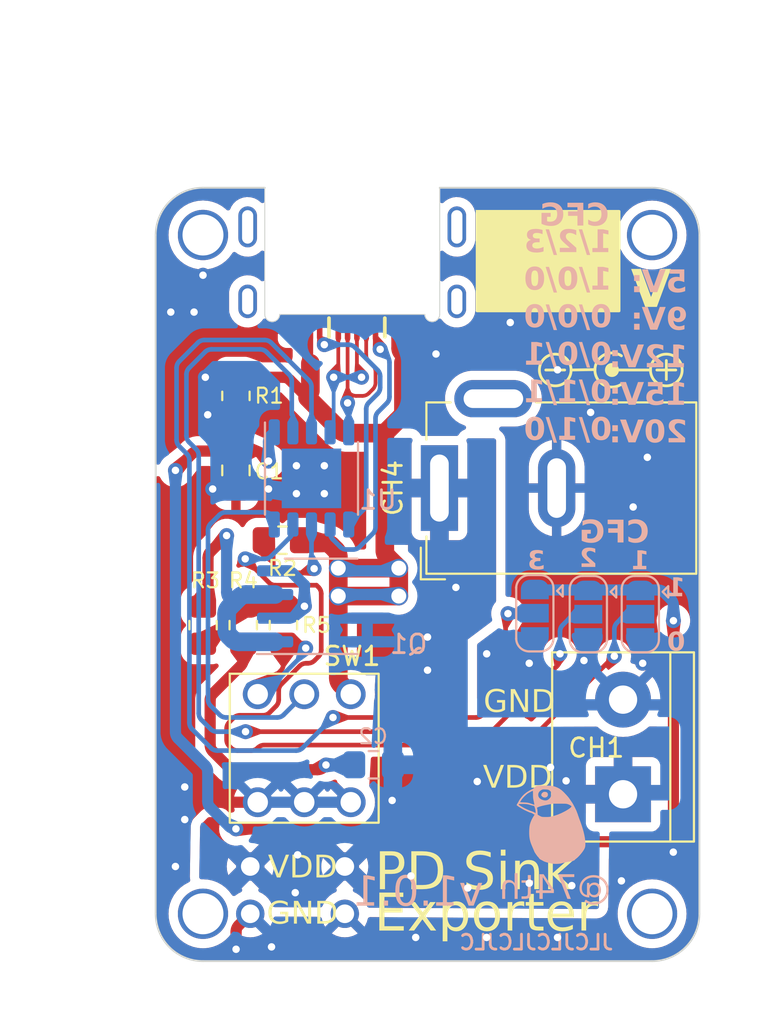
<source format=kicad_pcb>
(kicad_pcb (version 20221018) (generator pcbnew)
  (layers (0 "F.Cu" signal) (31 "B.Cu" signal) (34 "B.Paste" user) (35 "F.Paste" user) (36 "B.SilkS" user "B.Silkscreen") (37 "F.SilkS" user "F.Silkscreen") (38 "B.Mask" user) (39 "F.Mask" user) (44 "Edge.Cuts" user))
  (net 0 "")
  (net 1 "VDD")
  (net 2 "GND")
  (net 3 "/VOUT")
  (net 4 "VBUS")
  (net 5 "/D-")
  (net 6 "/D+")
  (net 7 "/CC1")
  (net 8 "/CC2")
  (net 9 "Net-(C2-Pad2)")
  (net 10 "/CFG1")
  (net 11 "/CFG2")
  (net 12 "/CFG3")
  (net 13 "Net-(Q1-Pad1)")
  (net 14 "Net-(U1-VBUS)")
  (net 15 "/PG")
  (net 16 "Net-(Q1-Pad2)")
  (net 17 "/~{Enable}")
  (footprint "$74th:M2_v2" (layer "F.Cu") (at 118.11 62.615)
    (fp_text reference "M2" hide)
    (fp_text value "M2_v2" hide)
  )
  (footprint "$74th:Register_0805_2012" (layer "F.Cu") (at 96.143 83.56 -90)
    (fp_text reference "R4")
    (fp_text value "1k" hide)
  )
  (footprint "TerminalBlock:TerminalBlock_bornier-2_P5.08mm" (layer "F.Cu") (at 116.55 92.641 90)
    (fp_text reference "CH1")
    (fp_text value "Terminal")
  )
  (footprint "$74th:M2_v2" (layer "F.Cu") (at 93.98 62.611)
    (fp_text reference "M1" hide)
    (fp_text value "M2_v2" hide)
  )
  (footprint "$74th:Register_0805_2012" (layer "F.Cu") (at 98.25 79)
    (fp_text reference "R2")
    (fp_text value "10k" hide)
  )
  (footprint "$74th:USB-C-12-Pin-MidMount-ali-v5" (layer "F.Cu") (at 102 60.075 180)
    (fp_text reference "J1" hide)
    (fp_text value "USB-C 2.0 Female")
    (fp_line (start -4.7 -6.8) (end -4.7 0) (stroke (width 0.05)) (layer "Edge.Cuts"))
    (fp_line (start 3.9 -6.8) (end -3.9 -6.8) (stroke (width 0.05)) (layer "Edge.Cuts"))
    (fp_line (start 4.7 -6.8) (end 4.7 0) (stroke (width 0.05)) (layer "Edge.Cuts"))
    (fp_arc (start -4.7 -6.8) (mid -4.3 -7.193079) (end -3.9 -6.8) (stroke (width 0.05)) (layer "Edge.Cuts"))
    (fp_arc (start 3.9 -6.8) (mid 4.3 -7.193079) (end 4.7 -6.8) (stroke (width 0.05)) (layer "Edge.Cuts"))
  )
  (footprint "$74th:M2_v2" (layer "F.Cu") (at 93.98 99.06)
    (fp_text reference "M3" hide)
    (fp_text value "M2_v2" hide)
  )
  (footprint "$74th:M2_v2" (layer "F.Cu") (at 118.11 99.06)
    (fp_text reference "M4" hide)
    (fp_text value "M2_v2" hide)
  )
  (footprint "$74th:Register_0805_2012" (layer "F.Cu") (at 95.75 71.25 90)
    (fp_text reference "R1")
    (fp_text value "1k" hide)
  )
  (footprint "$74th:DCJack-BarrelJack" (layer "F.Cu") (at 106.684 76.2 90)
    (fp_text reference "CH4")
    (fp_text value "Barrel_Jack_Switch")
  )
  (footprint "$74th:2Pin" (layer "F.Cu") (at 96.52 96.52 -90)
    (fp_text reference "CH2" hide)
    (fp_text value "PinHeader-2")
  )
  (footprint "$74th:Register_0805_2012" (layer "F.Cu") (at 93.984 83.56 -90)
    (fp_text reference "R3")
    (fp_text value "100k" hide)
  )
  (footprint "$74th:Capacitor_0805_2012" (layer "F.Cu") (at 95.75 75.25 -90)
    (fp_text reference "C1")
    (fp_text value "1u" hide)
  )
  (footprint "$74th:Locking_Button_8x8mm" (layer "F.Cu") (at 99.42 90.17)
    (fp_text reference "SW1")
    (fp_text value "Locking_Switch")
  )
  (footprint "$74th:2Pin" (layer "F.Cu") (at 101.6 96.52 -90)
    (fp_text reference "CH3" hide)
    (fp_text value "PinHeader-2")
  )
  (footprint "$74th:Register_0805_2012" (layer "F.Cu") (at 98.302 83.56 90)
    (fp_text reference "R5")
    (fp_text value "10k" hide)
  )
  (footprint "$74th:74th-text" (layer "B.Cu") (at 107.442 99.949 180)
    (fp_text reference "REF**" hide)
    (fp_text value "74th-text" hide)
  )
  (footprint "$74th:ESSOP-10_3.9x5.0mm_P1.0" (layer "B.Cu") (at 99.81 75.68 -90)
    (fp_text reference "U1")
    (fp_text value "CH224K")
  )
  (footprint "$74th:JLCJLCJLCJLC" (layer "B.Cu") (at 111.891 100.594 180)
    (fp_text reference "REF**" hide)
    (fp_text value "JLCJLCJLCJLC")
  )
  (footprint "$74th:74th-text" (layer "B.Cu") (at 108.458 96.393 180)
    (fp_text reference "MISC-ACCOUNTTEXT" hide)
    (fp_text value "74th-text" hide)
  )
  (footprint "Package_SO:SOIC-8_3.9x4.9mm_P1.27mm" (layer "B.Cu") (at 100.33 82.55)
    (fp_text reference "Q1")
    (fp_text value "FDS4935A")
  )
  (footprint "$74th:74th-5mm" (layer "B.Cu") (at 112.81 94.491 180)
    (fp_text reference "MISC-ICON" hide)
    (fp_text value "LOGO" hide)
  )
  (footprint "Jumper:SolderJumper-3_P1.3mm_Open_RoundedPad1.0x1.5mm" (layer "B.Cu") (at 111.81 82.921 -90)
    (fp_text reference "JP2" hide)
    (fp_text value "CFG3")
  )
  (footprint "Jumper:SolderJumper-3_P1.3mm_Open_RoundedPad1.0x1.5mm" (layer "B.Cu") (at 117.479 82.971 -90)
    (fp_text reference "JP1" hide)
    (fp_text value "CFG1")
  )
  (footprint "Jumper:SolderJumper-3_P1.3mm_Open_RoundedPad1.0x1.5mm" (layer "B.Cu") (at 114.685 82.971 -90)
    (fp_text reference "JP3" hide)
    (fp_text value "CFG2")
  )
  (footprint "$74th:Capacitor_0805_2012" (layer "B.Cu") (at 103.1455 91.059 180)
    (fp_text reference "C2")
    (fp_text value "1u" hide)
  )
  (gr_rect (start 108.712 61.341) (end 116.336 66.685) (stroke (width 0.15)) (fill solid) (layer "F.SilkS"))
  (gr_circle (center 112.907 69.86) (end 113.669 70.241) (stroke (width 0.15)) (fill none) (layer "F.SilkS"))
  (gr_line (start 118.876 69.352) (end 118.876 70.368) (stroke (width 0.15)) (layer "F.SilkS"))
  (gr_line (start 113.758941 69.86) (end 115.039449 69.838213) (stroke (width 0.15)) (layer "F.SilkS"))
  (gr_line (start 112.399 69.86) (end 113.415 69.86) (stroke (width 0.15)) (layer "F.SilkS"))
  (gr_circle (center 118.876 69.86) (end 119.638 70.241) (stroke (width 0.15)) (fill none) (layer "F.SilkS"))
  (gr_arc (start 116.42618 70.645301) (mid 115.039449 69.838213) (end 116.463 69.098) (stroke (width 0.15)) (layer "F.SilkS"))
  (gr_line (start 115.955 69.86) (end 118.024059 69.86) (stroke (width 0.15)) (layer "F.SilkS"))
  (gr_circle (center 115.955 69.86) (end 116.255 69.86) (stroke (width 0.15)) (fill solid) (layer "F.SilkS"))
  (gr_line (start 118.368 69.86) (end 119.384 69.86) (stroke (width 0.15)) (layer "F.SilkS"))
  (gr_line (start 93.98 101.6) (end 118.11 101.6) (stroke (width 0.1)) (layer "Edge.Cuts"))
  (gr_line (start 97.3 60.075) (end 93.98 60.075) (stroke (width 0.1)) (layer "Edge.Cuts"))
  (gr_line (start 91.44 62.615) (end 91.44 99.06) (stroke (width 0.1)) (layer "Edge.Cuts"))
  (gr_arc (start 120.65 99.06) (mid 119.906051 100.856051) (end 118.11 101.6) (stroke (width 0.1)) (layer "Edge.Cuts"))
  (gr_arc (start 91.44 62.615) (mid 92.183949 60.818949) (end 93.98 60.075) (stroke (width 0.1)) (layer "Edge.Cuts"))
  (gr_arc (start 93.98 101.6) (mid 92.183949 100.856051) (end 91.44 99.06) (stroke (width 0.1)) (layer "Edge.Cuts"))
  (gr_line (start 106.7 60.075) (end 118.11 60.075) (stroke (width 0.1)) (layer "Edge.Cuts"))
  (gr_line (start 120.65 99.06) (end 120.65 62.615) (stroke (width 0.1)) (layer "Edge.Cuts"))
  (gr_arc (start 118.11 60.075) (mid 119.906051 60.818949) (end 120.65 62.615) (stroke (width 0.1)) (layer "Edge.Cuts"))
  (gr_text "5V:\n9V:\n12V:\n15V:\n20V:" (at 120.019 69.215) (layer "B.SilkS") (effects (font (size 1.2 1.2)) (justify left mirror)))
  (gr_text "1" (at 117.479 80.147) (layer "B.SilkS") (effects (font (size 1 1)) (justify mirror)))
  (gr_text "v1.0.1" (at 109.05 97.961) (layer "B.SilkS") (effects (font (size 1.6 1.6) (thickness 0.18)) (justify left mirror)))
  (gr_text "2" (at 114.685 80.02) (layer "B.SilkS") (effects (font (size 1 1)) (justify mirror)))
  (gr_text "0" (at 119.892 85.1) (layer "B.SilkS") (effects (font (size 1 1)) (justify left bottom mirror)))
  (gr_text "3" (at 111.891 80.147) (layer "B.SilkS") (effects (font (size 1 1)) (justify mirror)))
  (gr_text "1" (at 119.892 82.179) (layer "B.SilkS") (effects (font (size 1 1)) (justify left bottom mirror)))
  (gr_text "CFG" (at 113.923 61.605) (layer "B.SilkS") (effects (font (size 1.2 1.2)) (justify mirror)))
  (gr_text "CFG" (at 116.082 78.623) (layer "B.SilkS") (effects (font (size 1.2 1.2)) (justify mirror)))
  (gr_text "1/2/3\n1/0/0\n0/0/0\n0/0/1\n0/1/1\n0/1/0" (at 115.955 68.072) (layer "B.SilkS") (effects (font (size 1.2 1.2)) (justify left mirror)))
  (gr_text "Exporter" (at 103.18 99.131) (layer "F.SilkS") (effects (font (size 2 2) (thickness 0.18)) (justify left)))
  (gr_text "GND" (at 97.4 99.091) (layer "F.SilkS") (effects (font (size 1.2 1.2) (thickness 0.18)) (justify left)))
  (gr_text "VDD" (at 97.47 96.611) (layer "F.SilkS") (effects (font (size 1.2 1.2) (thickness 0.18)) (justify left)))
  (gr_text "VDD" (at 109.02 91.791) (layer "F.SilkS") (effects (font (size 1.2 1.2) (thickness 0.18)) (justify left)))
  (gr_text "V" (at 116.971 66.812) (layer "F.SilkS") (effects (font (size 2 2) (thickness 0.3)) (justify left bottom)))
  (gr_text "GND" (at 109.05 87.721) (layer "F.SilkS") (effects (font (size 1.2 1.2) (thickness 0.18)) (justify left)))
  (gr_text "PD Sink" (at 103.21 96.911) (layer "F.SilkS") (effects (font (size 2 2) (thickness 0.18)) (justify left)))
  (segment (start 114.05 94.5) (end 114.741 95.191) (width 0.6) (layer "F.Cu") (net 1))
  (segment (start 118.12 95.191) (end 119.257 94.054) (width 0.6) (layer "F.Cu") (net 1))
  (segment (start 95.75 74.2125) (end 96.755393 74.2125) (width 0.6) (layer "F.Cu") (net 1))
  (segment (start 97.108947 74.358947) (end 97.5 74.75) (width 0.6) (layer "F.Cu") (net 1))
  (segment (start 95.75 74.2125) (end 93.744607 74.2125) (width 0.6) (layer "F.Cu") (net 1))
  (segment (start 95.75 72.25) (end 95.75 74.2125) (width 0.6) (layer "F.Cu") (net 1))
  (segment (start 95.75 94.5) (end 114.05 94.5) (width 0.6) (layer "F.Cu") (net 1))
  (segment (start 93.391053 74.358947) (end 92.5 75.25) (width 0.6) (layer "F.Cu") (net 1))
  (segment (start 114.741 95.191) (end 118.12 95.191) (width 0.6) (layer "F.Cu") (net 1))
  (segment (start 119.257 94.054) (end 119.257 83.322) (width 0.6) (layer "F.Cu") (net 1))
  (via (at 119.257 83.322) (size 0.8) (drill 0.4) (layers "F.Cu" "B.Cu") (net 1))
  (via (at 92.5 75.25) (size 0.8) (drill 0.4) (layers "F.Cu" "B.Cu") (net 1))
  (via (at 97.5 74.75) (size 0.8) (drill 0.4) (layers "F.Cu" "B.Cu") (net 1))
  (via (at 95.75 94.5) (size 0.8) (drill 0.4) (layers "F.Cu" "B.Cu") (net 1))
  (arc (start 97.108947 74.358947) (mid 96.946735 74.25056) (end 96.755393 74.2125) (width 0.6) (layer "F.Cu") (net 1))
  (arc (start 93.744607 74.2125) (mid 93.553265 74.25056) (end 93.391053 74.358947) (width 0.6) (layer "F.Cu") (net 1))
  (segment (start 114.685 81.671) (end 111.86 81.671) (width 0.6) (layer "B.Cu") (net 1))
  (segment (start 97.646447 73.368553) (end 97.81 73.205) (width 0.6) (layer "B.Cu") (net 1))
  (segment (start 119.110553 82.159553) (end 118.768446 81.817446) (width 0.6) (layer "B.Cu") (net 1))
  (segment (start 119.257 83.322) (end 119.257 82.513107) (width 0.6) (layer "B.Cu") (net 1))
  (segment (start 94.234 91.441107) (end 94.234 93.010893) (width 0.6) (layer "B.Cu") (net 1))
  (segment (start 118.414893 81.671) (end 117.479 81.671) (width 0.6) (layer "B.Cu") (net 1))
  (segment (start 95.723107 94.5) (end 95.75 94.5) (width 0.6) (layer "B.Cu") (net 1))
  (segment (start 92.5 75.25) (end 92.5 89.292893) (width 0.6) (layer "B.Cu") (net 1))
  (segment (start 92.646447 89.646447) (end 94.087554 91.087554) (width 0.6) (layer "B.Cu") (net 1))
  (segment (start 94.380447 93.364447) (end 95.369554 94.353554) (width 0.6) (layer "B.Cu") (net 1))
  (segment (start 97.5 74.75) (end 97.5 73.722107) (width 0.6) (layer "B.Cu") (net 1))
  (segment (start 117.479 81.671) (end 114.685 81.671) (width 0.6) (layer "B.Cu") (net 1))
  (arc (start 94.087554 91.087554) (mid 94.19594 91.249766) (end 94.234 91.441107) (width 0.6) (layer "B.Cu") (net 1))
  (arc (start 97.5 73.722107) (mid 97.53806 73.530765) (end 97.646447 73.368553) (width 0.6) (layer "B.Cu") (net 1))
  (arc (start 92.5 89.292893) (mid 92.53806 89.484235) (end 92.646447 89.646447) (width 0.6) (layer "B.Cu") (net 1))
  (arc (start 118.768446 81.817446) (mid 118.606234 81.70906) (end 118.414893 81.671) (width 0.6) (layer "B.Cu") (net 1))
  (arc (start 94.380447 93.364447) (mid 94.27206 93.202235) (end 94.234 93.010893) (width 0.6) (layer "B.Cu") (net 1))
  (arc (start 95.369554 94.353554) (mid 95.531766 94.46194) (end 95.723107 94.5) (width 0.6) (layer "B.Cu") (net 1))
  (arc (start 119.257 82.513107) (mid 119.21894 82.321765) (end 119.110553 82.159553) (width 0.6) (layer "B.Cu") (net 1))
  (segment (start 95.904447 99.675553) (end 96.52 99.06) (width 0.6) (layer "F.Cu") (net 2))
  (segment (start 98.8 67.6) (end 98.107107 67.6) (width 0.6) (layer "F.Cu") (net 2))
  (segment (start 95.103553 68.353553) (end 93.5 66.75) (width 0.6) (layer "F.Cu") (net 2))
  (segment (start 96.792893 68.5) (end 95.457107 68.5) (width 0.6) (layer "F.Cu") (net 2))
  (segment (start 95.758 100.965) (end 95.758 100.029107) (width 0.6) (layer "F.Cu") (net 2))
  (segment (start 105.2 67.7) (end 106.5 69) (width 0.6) (layer "F.Cu") (net 2))
  (segment (start 96.92 93.07) (end 94.137107 93.07) (width 0.6) (layer "F.Cu") (net 2))
  (segment (start 97.753553 67.746447) (end 97.146446 68.353554) (width 0.6) (layer "F.Cu") (net 2))
  (segment (start 93.783553 93.216447) (end 93 94) (width 0.6) (layer "F.Cu") (net 2))
  (via (at 93.5 66.75) (size 0.8) (drill 0.4) (layers "F.Cu" "B.Cu") (net 2))
  (via (at 109.22 100.33) (size 0.8) (drill 0.4) (layers "F.Cu" "B.Cu") (net 2))
  (via (at 109.224 85.1) (size 0.8) (drill 0.4) (layers "F.Cu" "B.Cu") (net 2))
  (via (at 111.51 85.608) (size 0.8) (drill 0.4) (layers "F.Cu" "B.Cu") (net 2))
  (via (at 117.094 77.216) (size 0.8) (drill 0.4) (layers "F.Cu" "B.Cu") (net 2))
  (via (at 117.856 74.549) (size 0.8) (drill 0.4) (layers "F.Cu" "B.Cu") (net 2))
  (via (at 95.758 100.965) (size 0.8) (drill 0.4) (layers "F.Cu" "B.Cu") (net 2))
  (via (at 117.606 85.608) (size 0.8) (drill 0.4) (layers "F.Cu" "B.Cu") (net 2))
  (via (at 97.663 100.838) (size 0.8) (drill 0.4) (layers "F.Cu" "B.Cu") (net 2))
  (via (at 119.25 95.75) (size 0.8) (drill 0.4) (layers "F.Cu" "B.Cu") (net 2))
  (via (at 92.5 96.52) (size 0.8) (drill 0.4) (layers "F.Cu" "B.Cu") (net 2))
  (via (at 94.5 76.25) (size 0.8) (drill 0.4) (layers "F.Cu" "B.Cu") (net 2))
  (via (at 114.45 85.461) (size 0.8) (drill 0.4) (layers "F.Cu" "B.Cu") (net 2))
  (via (at 100.5 76.5) (size 0.8) (drill 0.4) (layers "F.Cu" "B.Cu") (net 2))
  (via (at 105.41 100.33) (size 0.8) (drill 0.4) (layers "F.Cu" "B.Cu") (net 2))
  (via (at 93.98 64.77) (size 0.8) (drill 0.4) (layers "F.Cu" "B.Cu") (net 2))
  (via (at 106.5 69) (size 0.8) (drill 0.4) (layers "F.Cu" "B.Cu") (net 2))
  (via (at 116.463 97.292) (size 0.8) (drill 0.4) (layers "F.Cu" "B.Cu") (net 2))
  (via (at 94.234 72.263) (size 0.8) (drill 0.4) (layers "F.Cu" "B.Cu") (net 2))
  (via (at 99 75) (size 0.8) (drill 0.4) (layers "F.Cu" "B.Cu") (net 2))
  (via (at 100.5 75) (size 0.8) (drill 0.4) (layers "F.Cu" "B.Cu") (net 2))
  (via (at 94.107 70.25) (size 0.8) (drill 0.4) (layers "F.Cu" "B.Cu") (net 2))
  (via (at 113.03 69.85) (size 0.8) (drill 0.4) (layers "F.Cu" "B.Cu") (net 2))
  (via (at 93 94) (size 0.8) (drill 0.4) (layers "F.Cu" "B.Cu") (net 2))
  (via (at 92.25 66.75) (size 0.8) (drill 0.4) (layers "F.Cu" "B.Cu") (net 2))
  (via (at 97.5 76.25) (size 0.8) (drill 0.4) (layers "F.Cu" "B.Cu") (net 2))
  (via (at 110.49 67.31) (size 0.8) (drill 0.4) (layers "F.Cu" "B.Cu") (net 2))
  (via (at 113.03 100.33) (size 0.8) (drill 0.4) (layers "F.Cu" "B.Cu") (net 2))
  (via (at 114.808 72.136) (size 0.8) (drill 0.4) (layers "F.Cu" "B.Cu") (net 2))
  (via (at 93 92.25) (size 0.8) (drill 0.4) (layers "F.Cu" "B.Cu") (net 2))
  (via (at 99 76.5) (size 0.8) (drill 0.4) (layers "F.Cu" "B.Cu") (net 2))
  (arc (start 94.137107 93.07) (mid 93.945765 93.10806) (end 93.783553 93.216447) (width 0.6) (layer "F.Cu") (net 2))
  (arc (start 95.457107 68.5) (mid 95.265765 68.46194) (end 95.103553 68.353553) (width 0.6) (layer "F.Cu") (net 2))
  (arc (start 95.758 100.029107) (mid 95.79606 99.837765) (end 95.904447 99.675553) (width 0.6) (layer "F.Cu") (net 2))
  (arc (start 96.792893 68.5) (mid 96.984234 68.46194) (end 97.146446 68.353554) (width 0.6) (layer "F.Cu") (net 2))
  (arc (start 98.107107 67.6) (mid 97.915765 67.63806) (end 97.753553 67.746447) (width 0.6) (layer "F.Cu") (net 2))
  (segment (start 95.758 100.965) (end 95.758 100.33) (width 0.6) (layer "B.Cu") (net 2))
  (segment (start 109.224 86.289893) (end 109.224 85.1) (width 0.6) (layer "B.Cu") (net 2))
  (segment (start 119.603895 87.986895) (end 119.872554 88.255554) (width 0.6) (layer "B.Cu") (net 2))
  (segment (start 119.872553 95.127447) (end 119.25 95.75) (width 0.6) (layer "B.Cu") (net 2))
  (segment (start 97.5 76.25) (end 99 76.5) (width 1) (layer "B.Cu") (net 2))
  (segment (start 117.096927 87.840448) (end 119.250341 87.840448) (width 0.6) (layer "B.Cu") (net 2))
  (segment (start 120.019 88.609107) (end 120.019 94.773893) (width 0.6) (layer "B.Cu") (net 2))
  (segment (start 96.92 93.07) (end 101.92 93.07) (width 0.6) (layer "B.Cu") (net 2))
  (segment (start 117.096927 87.840448) (end 110.774555 87.840448) (width 0.6) (layer "B.Cu") (net 2))
  (segment (start 97.516553 100.056553) (end 96.52 99.06) (width 0.6) (layer "B.Cu") (net 2))
  (segment (start 110.421001 87.694001) (end 109.370446 86.643446) (width 0.6) (layer "B.Cu") (net 2))
  (segment (start 97.663 100.838) (end 97.663 100.410107) (width 0.6) (layer "B.Cu") (net 2))
  (arc (start 120.019 88.609107) (mid 119.98094 88.417766) (end 119.872554 88.255554) (width 0.6) (layer "B.Cu") (net 2))
  (arc (start 110.774555 87.840448) (mid 110.583213 87.802388) (end 110.421001 87.694001) (width 0.6) (layer "B.Cu") (net 2))
  (arc (start 109.370446 86.643446) (mid 109.26206 86.481234) (end 109.224 86.289893) (width 0.6) (layer "B.Cu") (net 2))
  (arc (start 97.663 100.410107) (mid 97.62494 100.218765) (end 97.516553 100.056553) (width 0.6) (layer "B.Cu") (net 2))
  (arc (start 119.872553 95.127447) (mid 119.98094 94.965235) (end 120.019 94.773893) (width 0.6) (layer "B.Cu") (net 2))
  (arc (start 119.250341 87.840448) (mid 119.441683 87.878508) (end 119.603895 87.986895) (width 0.6) (layer "B.Cu") (net 2))
  (via (at 108.716 91.958) (size 0.8) (drill 0.4) (layers "F.Cu" "B.Cu") (net 3))
  (via (at 107.569 81.534) (size 0.8) (drill 0.4) (layers "F.Cu" "B.Cu") (net 3))
  (via (at 108.208 97.673) (size 0.8) (drill 0.4) (layers "F.Cu" "B.Cu") (net 3))
  (via (at 113.796 97.546) (size 0.8) (drill 0.4) (layers "F.Cu" "B.Cu") (net 3))
  (via (at 106.045 85.979) (size 0.8) (drill 0.4) (layers "F.Cu" "B.Cu") (net 3))
  (via (at 105.156 97.028) (size 0.8) (drill 0.4) (layers "F.Cu" "B.Cu") (net 3))
  (via (at 113.49 91.921) (size 0.8) (drill 0.4) (layers "F.Cu" "B.Cu") (net 3))
  (via (at 104.144 92.974) (size 0.8) (drill 0.4) (layers "F.Cu" "B.Cu") (net 3))
  (via (at 111.51 97.419) (size 0.8) (drill 0.4) (layers "F.Cu" "B.Cu") (net 3))
  (via (at 98.937 97.927) (size 0.8) (drill 0.4) (layers "F.Cu" "B.Cu") (net 3))
  (via (at 99.064 95.895) (size 0.8) (drill 0.4) (layers "F.Cu" "B.Cu") (net 3))
  (via (at 112.653 91.196) (size 0.8) (drill 0.4) (layers "F.Cu" "B.Cu") (net 3))
  (via (at 106.045 84.201) (size 0.8) (drill 0.4) (layers "F.Cu" "B.Cu") (net 3))
  (segment (start 99.603553 71.346447) (end 99.6 71.35) (width 0.6) (layer "F.Cu") (net 4))
  (segment (start 99.6 67.6) (end 99.6 69.142893) (width 0.6) (layer "F.Cu") (net 4))
  (segment (start 104.5 80.5) (end 101.25 80.5) (width 1) (layer "F.Cu") (net 4))
  (segment (start 99.746447 69.496447) (end 99.75 69.5) (width 0.6) (layer "F.Cu") (net 4))
  (segment (start 101.25 82) (end 101.25 80.5) (width 1) (layer "F.Cu") (net 4))
  (segment (start 99.896447 79.146447) (end 100.52334 79.146447) (width 1) (layer "F.Cu") (net 4))
  (segment (start 104.4 67.6) (end 104.4 68.692893) (width 0.6) (layer "F.Cu") (net 4))
  (segment (start 99.6 71.35) (end 101.353554 73.103554) (width 1) (layer "F.Cu") (net 4))
  (segment (start 101.25 79.873107) (end 101.25 80.5) (width 1) (layer "F.Cu") (net 4))
  (segment (start 98.292893 70.25) (end 95.75 70.25) (width 0.6) (layer "F.Cu") (net 4))
  (segment (start 101.25 82) (end 101.25 86.392893) (width 1) (layer "F.Cu") (net 4))
  (segment (start 100.876894 79.292894) (end 101.103554 79.519554) (width 1) (layer "F.Cu") (net 4))
  (segment (start 104.546447 69.046447) (end 104.603554 69.103554) (width 0.6) (layer "F.Cu") (net 4))
  (segment (start 104.603553 72.396447) (end 104.4 72.6) (width 1) (layer "F.Cu") (net 4))
  (segment (start 101.707107 73.25) (end 103.75 73.25) (width 1) (layer "F.Cu") (net 4))
  (segment (start 99.75 69.5) (end 99.75 70.992893) (width 1) (layer "F.Cu") (net 4))
  (segment (start 103.896447 79.896447) (end 104.5 80.5) (width 0.6) (layer "F.Cu") (net 4))
  (segment (start 103.75 73.25) (end 104.4 72.6) (width 1) (layer "F.Cu") (net 4))
  (segment (start 101.25 82) (end 104.5 82) (width 1) (layer "F.Cu") (net 4))
  (segment (start 99.6 71.35) (end 98.646446 70.396446) (width 0.6) (layer "F.Cu") (net 4))
  (segment (start 104.75 69.457107) (end 104.75 72.042893) (width 1) (layer "F.Cu") (net 4))
  (segment (start 104.5 82) (end 104.5 80.5) (width 1) (layer "F.Cu") (net 4))
  (segment (start 101.396447 86.746447) (end 101.92 87.27) (width 1) (layer "F.Cu") (net 4))
  (segment (start 99.25 79) (end 99.542893 79) (width 1) (layer "F.Cu") (net 4))
  (segment (start 103.75 73.25) (end 103.75 79.542893) (width 1) (layer "F.Cu") (net 4))
  (via (at 101.25 80.5) (size 1) (drill 0.8) (layers "F.Cu" "B.Cu") (net 4))
  (via (at 101.25 82) (size 1) (drill 0.8) (layers "F.Cu" "B.Cu") (net 4))
  (via (at 104.5 82) (size 1) (drill 0.8) (layers "F.Cu" "B.Cu") (net 4))
  (via (at 104.5 80.5) (size 1) (drill 0.8) (layers "F.Cu" "B.Cu") (net 4))
  (arc (start 99.542893 79) (mid 99.734235 79.03806) (end 99.896447 79.146447) (width 1) (layer "F.Cu") (net 4))
  (arc (start 101.103554 79.519554) (mid 101.21194 79.681766) (end 101.25 79.873107) (width 1) (layer "F.Cu") (net 4))
  (arc (start 104.603554 69.103554) (mid 104.71194 69.265766) (end 104.75 69.457107) (width 0.6) (layer "F.Cu") (net 4))
  (arc (start 101.396447 86.746447) (mid 101.28806 86.584235) (end 101.25 86.392893) (width 1) (layer "F.Cu") (net 4))
  (arc (start 99.746447 69.496447) (mid 99.63806 69.334235) (end 99.6 69.142893) (width 0.6) (layer "F.Cu") (net 4))
  (arc (start 101.353554 73.103554) (mid 101.515766 73.21194) (end 101.707107 73.25) (width 1) (layer "F.Cu") (net 4))
  (arc (start 103.75 79.542893) (mid 103.78806 79.734235) (end 103.896447 79.896447) (width 1) (layer "F.Cu") (net 4))
  (arc (start 104.546447 69.046447) (mid 104.43806 68.884235) (end 104.4 68.692893) (width 0.6) (layer "F.Cu") (net 4))
  (arc (start 99.603553 71.346447) (mid 99.71194 71.184235) (end 99.75 70.992893) (width 0.6) (layer "F.Cu") (net 4))
  (arc (start 98.292893 70.25) (mid 98.484234 70.28806) (end 98.646446 70.396446) (width 0.6) (layer "F.Cu") (net 4))
  (arc (start 104.75 72.042893) (mid 104.71194 72.234235) (end 104.603553 72.396447) (width 1) (layer "F.Cu") (net 4))
  (arc (start 100.52334 79.146447) (mid 100.714682 79.184507) (end 100.876894 79.292894) (width 1) (layer "F.Cu") (net 4))
  (segment (start 102.805 80.645) (end 104.355 80.645) (width 0.6) (layer "B.Cu") (net 4))
  (segment (start 102.805 81.915) (end 104.415 81.915) (width 0.6) (layer "B.Cu") (net 4))
  (segment (start 101.335 81.915) (end 101.25 82) (width 0.6) (layer "B.Cu") (net 4))
  (segment (start 104.355 80.645) (end 104.5 80.5) (width 0.6) (layer "B.Cu") (net 4))
  (segment (start 101.395 80.645) (end 101.25 80.5) (width 0.6) (layer "B.Cu") (net 4))
  (segment (start 104.415 81.915) (end 104.5 82) (width 0.6) (layer "B.Cu") (net 4))
  (segment (start 102.805 81.915) (end 101.335 81.915) (width 0.6) (layer "B.Cu") (net 4))
  (segment (start 102.805 80.645) (end 101.395 80.645) (width 0.6) (layer "B.Cu") (net 4))
  (segment (start 101.75 71) (end 101.75 67.6) (width 0.2) (layer "F.Cu") (net 5))
  (segment (start 103.25 69.957107) (end 103.25 70.542893) (width 0.2) (layer "F.Cu") (net 5))
  (segment (start 102.75 67.6) (end 102.75 69.042893) (width 0.2) (layer "F.Cu") (net 5))
  (segment (start 102.896447 69.396447) (end 103.103554 69.603554) (width 0.2) (layer "F.Cu") (net 5))
  (segment (start 101.853553 71.103553) (end 101.75 71) (width 0.2) (layer "F.Cu") (net 5))
  (segment (start 103.103553 70.896447) (end 102.896446 71.103554) (width 0.2) (layer "F.Cu") (net 5))
  (segment (start 101.75 71.628) (end 101.75 71) (width 0.2) (layer "F.Cu") (net 5))
  (segment (start 102.542893 71.25) (end 102.207107 71.25) (width 0.2) (layer "F.Cu") (net 5))
  (via (at 101.75 71.628) (size 0.8) (drill 0.4) (layers "F.Cu" "B.Cu") (net 5))
  (arc (start 101.853553 71.103553) (mid 102.015765 71.21194) (end 102.207107 71.25) (width 0.2) (layer "F.Cu") (net 5))
  (arc (start 103.25 69.957107) (mid 103.21194 69.765766) (end 103.103554 69.603554) (width 0.2) (layer "F.Cu") (net 5))
  (arc (start 102.75 69.042893) (mid 102.78806 69.234235) (end 102.896447 69.396447) (width 0.2) (layer "F.Cu") (net 5))
  (arc (start 103.25 70.542893) (mid 103.21194 70.734235) (end 103.103553 70.896447) (width 0.2) (layer "F.Cu") (net 5))
  (arc (start 102.542893 71.25) (mid 102.734234 71.21194) (end 102.896446 71.103554) (width 0.2) (layer "F.Cu") (net 5))
  (segment (start 101.81 71.688) (end 101.81 73.205) (width 0.2) (layer "B.Cu") (net 5))
  (segment (start 101.75 71.628) (end 101.81 71.688) (width 0.2) (layer "B.Cu") (net 5))
  (segment (start 102.25 69.792893) (end 102.25 67.6) (width 0.2) (layer "F.Cu") (net 6))
  (segment (start 101.25 69.792893) (end 101.25 67.6) (width 0.2) (layer "F.Cu") (net 6))
  (segment (start 101 70.25) (end 101.103554 70.146446) (width 0.2) (layer "F.Cu") (net 6))
  (segment (start 102.5 70.25) (end 102.396446 70.146446) (width 0.2) (layer "F.Cu") (net 6))
  (via (at 102.5 70.25) (size 0.8) (drill 0.4) (layers "F.Cu" "B.Cu") (net 6))
  (via (at 101 70.25) (size 0.8) (drill 0.4) (layers "F.Cu" "B.Cu") (net 6))
  (arc (start 101.25 69.792893) (mid 101.21194 69.984234) (end 101.103554 70.146446) (width 0.2) (layer "F.Cu") (net 6))
  (arc (start 102.25 69.792893) (mid 102.28806 69.984234) (end 102.396446 70.146446) (width 0.2) (layer "F.Cu") (net 6))
  (segment (start 101 70.25) (end 101 72.807893) (width 0.2) (layer "B.Cu") (net 6))
  (segment (start 101 70.25) (end 102.5 70.25) (width 0.2) (layer "B.Cu") (net 6))
  (segment (start 103.25 68.292893) (end 103.25 67.6) (width 0.25) (layer "F.Cu") (net 7))
  (segment (start 103.5 68.75) (end 103.396446 68.646446) (width 0.25) (layer "F.Cu") (net 7))
  (via (at 103.5 68.75) (size 0.8) (drill 0.4) (layers "F.Cu" "B.Cu") (net 7))
  (arc (start 103.25 68.292893) (mid 103.28806 68.484234) (end 103.396446 68.646446) (width 0.25) (layer "F.Cu") (net 7))
  (segment (start 102.042893 79.5) (end 101.707107 79.5) (width 0.25) (layer "B.Cu") (net 7))
  (segment (start 103.5 68.75) (end 103.853554 69.103554) (width 0.25) (layer "B.Cu") (net 7))
  (segment (start 103.25 72.457107) (end 103.25 78.292893) (width 0.25) (layer "B.Cu") (net 7))
  (segment (start 103.853553 71.646447) (end 103.396446 72.103554) (width 0.25) (layer "B.Cu") (net 7))
  (segment (start 104 69.457107) (end 104 71.292893) (width 0.25) (layer "B.Cu") (net 7))
  (segment (start 101.353553 79.353553) (end 100.956446 78.956446) (width 0.25) (layer "B.Cu") (net 7))
  (segment (start 103.103553 78.646447) (end 102.396446 79.353554) (width 0.25) (layer "B.Cu") (net 7))
  (arc (start 100.956446 78.956446) (mid 100.84806 78.794234) (end 100.81 78.602893) (width 0.25) (layer "B.Cu") (net 7))
  (arc (start 102.396446 79.353554) (mid 102.234234 79.46194) (end 102.042893 79.5) (width 0.25) (layer "B.Cu") (net 7))
  (arc (start 103.25 72.457107) (mid 103.28806 72.265766) (end 103.396446 72.103554) (width 0.25) (layer "B.Cu") (net 7))
  (arc (start 103.103553 78.646447) (mid 103.21194 78.484235) (end 103.25 78.292893) (width 0.25) (layer "B.Cu") (net 7))
  (arc (start 104 71.292893) (mid 103.96194 71.484235) (end 103.853553 71.646447) (width 0.25) (layer "B.Cu") (net 7))
  (arc (start 101.707107 79.5) (mid 101.515765 79.46194) (end 101.353553 79.353553) (width 0.25) (layer "B.Cu") (net 7))
  (arc (start 103.853554 69.103554) (mid 103.96194 69.265766) (end 104 69.457107) (width 0.25) (layer "B.Cu") (net 7))
  (segment (start 100.5 68.5) (end 100.396446 68.396446) (width 0.25) (layer "F.Cu") (net 8))
  (via (at 100.5 68.5) (size 0.8) (drill 0.4) (layers "F.Cu" "B.Cu") (net 8))
  (arc (start 100.396446 68.396446) (mid 100.28806 68.234234) (end 100.25 68.042893) (width 0.25) (layer "F.Cu") (net 8))
  (segment (start 103.5 70.207107) (end 103.5 70.792893) (width 0.25) (layer "B.Cu") (net 8))
  (segment (start 102.75 71.957107) (end 102.75 77.007893) (width 0.25) (layer "B.Cu") (net 8))
  (segment (start 103.353553 71.146447) (end 102.896446 71.603554) (width 0.25) (layer "B.Cu") (net 8))
  (segment (start 102.146447 68.646447) (end 103.353554 69.853554) (width 0.25) (layer "B.Cu") (net 8))
  (segment (start 100.5 68.5) (end 101.792893 68.5) (width 0.25) (layer "B.Cu") (net 8))
  (segment (start 102.603553 77.361447) (end 101.81 78.155) (width 0.25) (layer "B.Cu") (net 8))
  (arc (start 103.5 70.792893) (mid 103.46194 70.984235) (end 103.353553 71.146447) (width 0.25) (layer "B.Cu") (net 8))
  (arc (start 102.896446 71.603554) (mid 102.78806 71.765766) (end 102.75 71.957107) (width 0.25) (layer "B.Cu") (net 8))
  (arc (start 102.75 77.007893) (mid 102.71194 77.199235) (end 102.603553 77.361447) (width 0.25) (layer "B.Cu") (net 8))
  (arc (start 102.146447 68.646447) (mid 101.984235 68.53806) (end 101.792893 68.5) (width 0.25) (layer "B.Cu") (net 8))
  (arc (start 103.5 70.207107) (mid 103.46194 70.015766) (end 103.353554 69.853554) (width 0.25) (layer "B.Cu") (net 8))
  (segment (start 100.480447 91.176553) (end 100.588 91.069) (width 0.6) (layer "F.Cu") (net 9))
  (segment (start 94.511447 87.239553) (end 95.996554 85.754446) (width 0.6) (layer "F.Cu") (net 9))
  (segment (start 95.700107 91.323) (end 100.126893 91.323) (width 0.6) (layer "F.Cu") (net 9))
  (segment (start 96.143 84.56) (end 96.143 85.400893) (width 0.6) (layer "F.Cu") (net 9))
  (segment (start 94.365 87.593107) (end 94.365 89.987893) (width 0.6) (layer "F.Cu") (net 9))
  (segment (start 94.511447 90.341447) (end 95.346554 91.176554) (width 0.6) (layer "F.Cu") (net 9))
  (via (at 100.588 91.069) (size 0.8) (drill 0.4) (layers "F.Cu" "B.Cu") (net 9))
  (arc (start 100.126893 91.323) (mid 100.318235 91.28494) (end 100.480447 91.176553) (width 0.6) (layer "F.Cu") (net 9))
  (arc (start 94.511447 87.239553) (mid 94.40306 87.401765) (end 94.365 87.593107) (width 0.6) (layer "F.Cu") (net 9))
  (arc (start 95.700107 91.323) (mid 95.508766 91.28494) (end 95.346554 91.176554) (width 0.6) (layer "F.Cu") (net 9))
  (arc (start 94.365 89.987893) (mid 94.40306 90.179235) (end 94.511447 90.341447) (width 0.6) (layer "F.Cu") (net 9))
  (arc (start 95.996554 85.754446) (mid 96.10494 85.592234) (end 96.143 85.400893) (width 0.6) (layer "F.Cu") (net 9))
  (segment (start 100.588 91.069) (end 102.098 91.069) (width 0.6) (layer "B.Cu") (net 9))
  (segment (start 95.484553 90.150553) (end 95.396446 90.062446) (width 0.25) (layer "F.Cu") (net 10))
  (segment (start 96.25 80) (end 95.896446 80.353554) (width 0.25) (layer "F.Cu") (net 10))
  (segment (start 99.525107 85.608) (end 99.618893 85.608) (width 0.25) (layer "F.Cu") (net 10))
  (segment (start 95.396447 88.767553) (end 95.615554 88.548446) (width 0.25) (layer "F.Cu") (net 10))
  (segment (start 97.520553 81.270553) (end 96.25 80) (width 0.25) (layer "F.Cu") (net 10))
  (segment (start 116.082 85.227) (end 116.064 85.227) (width 0.25) (layer "F.Cu") (net 10))
  (segment (start 100.334 84.892893) (end 100.334 81.878107) (width 0.25) (layer "F.Cu") (net 10))
  (segment (start 111.083893 90) (end 97.278107 90) (width 0.25) (layer "F.Cu") (net 10))
  (segment (start 95.25 89.708893) (end 95.25 89.121107) (width 0.25) (layer "F.Cu") (net 10))
  (segment (start 97.559447 88.255553) (end 97.901554 87.913446) (width 0.25) (layer "F.Cu") (net 10))
  (segment (start 100.187553 81.524553) (end 100.08 81.417) (width 0.25) (layer "F.Cu") (net 10))
  (segment (start 100.08 81.417) (end 97.874107 81.417) (width 0.25) (layer "F.Cu") (net 10))
  (segment (start 96.924553 90.146447) (end 96.920446 90.150554) (width 0.25) (layer "F.Cu") (net 10))
  (segment (start 116.064 85.227) (end 111.437446 89.853554) (width 0.25) (layer "F.Cu") (net 10))
  (segment (start 98.048 87.559893) (end 98.048 87.085107) (width 0.25) (layer "F.Cu") (net 10))
  (segment (start 98.194447 86.731553) (end 99.171554 85.754446) (width 0.25) (layer "F.Cu") (net 10))
  (segment (start 95.969107 88.402) (end 97.205893 88.402) (width 0.25) (layer "F.Cu") (net 10))
  (segment (start 96.566893 90.297) (end 95.838107 90.297) (width 0.25) (layer "F.Cu") (net 10))
  (segment (start 99.972447 85.461553) (end 100.187554 85.246446) (width 0.25) (layer "F.Cu") (net 10))
  (via (at 96.25 80) (size 0.8) (drill 0.4) (layers "F.Cu" "B.Cu") (net 10))
  (via (at 116.082 85.227) (size 0.8) (drill 0.4) (layers "F.Cu" "B.Cu") (net 10))
  (arc (start 95.838107 90.297) (mid 95.646765 90.25894) (end 95.484553 90.150553) (width 0.25) (layer "F.Cu") (net 10))
  (arc (start 99.171554 85.754446) (mid 99.333766 85.64606) (end 99.525107 85.608) (width 0.25) (layer "F.Cu") (net 10))
  (arc (start 95.396446 90.062446) (mid 95.28806 89.900234) (end 95.25 89.708893) (width 0.25) (layer "F.Cu") (net 10))
  (arc (start 97.205893 88.402) (mid 97.397235 88.36394) (end 97.559447 88.255553) (width 0.25) (layer "F.Cu") (net 10))
  (arc (start 100.187554 85.246446) (mid 100.29594 85.084234) (end 100.334 84.892893) (width 0.25) (layer "F.Cu") (net 10))
  (arc (start 97.874107 81.417) (mid 97.682765 81.37894) (end 97.520553 81.270553) (width 0.25) (layer "F.Cu") (net 10))
  (arc (start 95.25 89.121107) (mid 95.28806 88.929765) (end 95.396447 88.767553) (width 0.25) (layer "F.Cu") (net 10))
  (arc (start 97.278107 90) (mid 97.086765 90.03806) (end 96.924553 90.146447) (width 0.25) (layer "F.Cu") (net 10))
  (arc (start 100.334 81.878107) (mid 100.29594 81.686765) (end 100.187553 81.524553) (width 0.25) (layer "F.Cu") (net 10))
  (arc (start 111.083893 90) (mid 111.275234 89.96194) (end 111.437446 89.853554) (width 0.25) (layer "F.Cu") (net 10))
  (arc (start 99.618893 85.608) (mid 99.810235 85.56994) (end 99.972447 85.461553) (width 0.25) (layer "F.Cu") (net 10))
  (arc (start 95.615554 88.548446) (mid 95.777766 88.44006) (end 95.969107 88.402) (width 0.25) (layer "F.Cu") (net 10))
  (arc (start 97.901554 87.913446) (mid 98.00994 87.751234) (end 98.048 87.559893) (width 0.25) (layer "F.Cu") (net 10))
  (arc (start 96.920446 90.150554) (mid 96.758234 90.25894) (end 96.566893 90.297) (width 0.25) (layer "F.Cu") (net 10))
  (arc (start 98.048 87.085107) (mid 98.08606 86.893765) (end 98.194447 86.731553) (width 0.25) (layer "F.Cu") (net 10))
  (segment (start 116.894107 82.971) (end 117.479 82.971) (width 0.25) (layer "B.Cu") (net 10))
  (segment (start 97.646447 79.853553) (end 98.663554 78.836446) (width 0.25) (layer "B.Cu") (net 10))
  (segment (start 96.25 80) (end 97.292893 80) (width 0.25) (layer "B.Cu") (net 10))
  (segment (start 116.228447 83.429553) (end 116.336 83.322) (width 0.25) (layer "B.Cu") (net 10))
  (segment (start 116.336 83.322) (end 116.540554 83.117446) (width 0.25) (layer "B.Cu") (net 10))
  (segment (start 116.336 83.322) (end 116.59 83.068) (width 0.25) (layer "B.Cu") (net 10))
  (segment (start 116.59 83.068) (end 116.59 82.971) (width 0.25) (layer "B.Cu") (net 10))
  (segment (start 116.59 82.971) (end 116.971 82.971) (width 0.25) (layer "B.Cu") (net 10))
  (segment (start 116.082 85.227) (end 116.082 83.783107) (width 0.25) (layer "B.Cu") (net 10))
  (arc (start 116.894107 82.971) (mid 116.702766 83.00906) (end 116.540554 83.117446) (width 0.25) (layer "B.Cu") (net 10))
  (arc (start 98.663554 78.836446) (mid 98.77194 78.674234) (end 98.81 78.482893) (width 0.25) (layer "B.Cu") (net 10))
  (arc (start 97.646447 79.853553) (mid 97.484235 79.96194) (end 97.292893 80) (width 0.25) (layer "B.Cu") (net 10))
  (arc (start 116.082 83.783107) (mid 116.12006 83.591765) (end 116.228447 83.429553) (width 0.25) (layer "B.Cu") (net 10))
  (segment (start 113.161 85.1) (end 113.161 85.390893) (width 0.25) (layer "F.Cu") (net 11))
  (segment (start 109.270893 89.281) (end 96.266 89.281) (width 0.25) (layer "F.Cu") (net 11))
  (segment (start 113.014553 85.744447) (end 109.624446 89.134554) (width 0.25) (layer "F.Cu") (net 11))
  (via (at 96.266 89.281) (size 0.8) (drill 0.4) (layers "F.Cu" "B.Cu") (net 11))
  (via (at 113.161 85.1) (size 0.8) (drill 0.4) (layers "F.Cu" "B.Cu") (net 11))
  (arc (start 109.270893 89.281) (mid 109.462234 89.24294) (end 109.624446 89.134554) (width 0.25) (layer "F.Cu") (net 11))
  (arc (start 113.161 85.390893) (mid 113.12294 85.582235) (end 113.014553 85.744447) (width 0.25) (layer "F.Cu") (net 11))
  (segment (start 96.266 89.281) (end 94.738107 89.281) (width 0.25) (layer "B.Cu") (net 11))
  (segment (start 93.091 73.383893) (end 93.091 70.100107) (width 0.25) (layer "B.Cu") (net 11))
  (segment (start 98.81 72.31) (end 98.81 73.205) (width 0.25) (layer "B.Cu") (net 11))
  (segment (start 93.603553 74.103553) (end 93.237446 73.737446) (width 0.25) (layer "B.Cu") (net 11))
  (segment (start 93.237447 69.746553) (end 94.087554 68.896446) (width 0.25) (layer "B.Cu") (net 11))
  (segment (start 113.161 85.1) (end 113.161 83.910107) (width 0.25) (layer "B.Cu") (net 11))
  (segment (start 98.75 70.457107) (end 98.75 72.25) (width 0.25) (layer "B.Cu") (net 11))
  (segment (start 94.384553 89.134553) (end 93.896446 88.646446) (width 0.25) (layer "B.Cu") (net 11))
  (segment (start 98.75 72.25) (end 98.81 72.31) (width 0.25) (layer "B.Cu") (net 11))
  (segment (start 114.100107 82.971) (end 114.431 82.971) (width 0.25) (layer "B.Cu") (net 11))
  (segment (start 97.396447 68.896447) (end 98.603554 70.103554) (width 0.25) (layer "B.Cu") (net 11))
  (segment (start 113.307447 83.556553) (end 113.746554 83.117446) (width 0.25) (layer "B.Cu") (net 11))
  (segment (start 94.441107 68.75) (end 97.042893 68.75) (width 0.25) (layer "B.Cu") (net 11))
  (segment (start 93.75 88.292893) (end 93.75 74.457107) (width 0.25) (layer "B.Cu") (net 11))
  (arc (start 93.75 74.457107) (mid 93.71194 74.265765) (end 93.603553 74.103553) (width 0.25) (layer "B.Cu") (net 11))
  (arc (start 93.896446 88.646446) (mid 93.78806 88.484234) (end 93.75 88.292893) (width 0.25) (layer "B.Cu") (net 11))
  (arc (start 94.738107 89.281) (mid 94.546765 89.24294) (end 94.384553 89.134553) (width 0.25) (layer "B.Cu") (net 11))
  (arc (start 98.603554 70.103554) (mid 98.71194 70.265766) (end 98.75 70.457107) (width 0.25) (layer "B.Cu") (net 11))
  (arc (start 113.746554 83.117446) (mid 113.908766 83.00906) (end 114.100107 82.971) (width 0.25) (layer "B.Cu") (net 11))
  (arc (start 113.307447 83.556553) (mid 113.19906 83.718765) (end 113.161 83.910107) (width 0.25) (layer "B.Cu") (net 11))
  (arc (start 97.042893 68.75) (mid 97.234235 68.78806) (end 97.396447 68.896447) (width 0.25) (layer "B.Cu") (net 11))
  (arc (start 93.237446 73.737446) (mid 93.12906 73.575234) (end 93.091 73.383893) (width 0.25) (layer "B.Cu") (net 11))
  (arc (start 94.087554 68.896446) (mid 94.249766 68.78806) (end 94.441107 68.75) (width 0.25) (layer "B.Cu") (net 11))
  (arc (start 93.237447 69.746553) (mid 93.12906 69.908765) (end 93.091 70.100107) (width 0.25) (layer "B.Cu") (net 11))
  (segment (start 110.24 83.068) (end 110.367 82.941) (width 0.25) (layer "F.Cu") (net 12))
  (segment (start 110.24 86.924893) (end 110.24 83.068) (width 0.25) (layer "F.Cu") (net 12))
  (segment (start 108.999447 88.372553) (end 110.093554 87.278446) (width 0.25) (layer "F.Cu") (net 12))
  (segment (start 100.965 88.519) (end 108.645893 88.519) (width 0.25) (layer "F.Cu") (net 12))
  (via (at 110.367 82.941) (size 0.8) (drill 0.4) (layers "F.Cu" "B.Cu") (net 12))
  (via (at 100.965 88.519) (size 0.8) (drill 0.4) (layers "F.Cu" "B.Cu") (net 12))
  (arc (start 110.093554 87.278446) (mid 110.20194 87.116234) (end 110.24 86.924893) (width 0.25) (layer "F.Cu") (net 12))
  (arc (start 108.999447 88.372553) (mid 108.837235 88.48094) (end 108.645893 88.519) (width 0.25) (layer "F.Cu") (net 12))
  (segment (start 99.663554 70.413554) (end 97.646447 68.396447) (width 0.25) (layer "B.Cu") (net 12))
  (segment (start 110.367 82.941) (end 111.79 82.941) (width 0.25) (layer "B.Cu") (net 12))
  (segment (start 93.25 74.707107) (end 93.25 88.792893) (width 0.25) (layer "B.Cu") (net 12))
  (segment (start 97.292893 68.25) (end 94.057107 68.25) (width 0.25) (layer "B.Cu") (net 12))
  (segment (start 93.396446 89.146446) (end 94.400553 90.150553) (width 0.25) (layer "B.Cu") (net 12))
  (segment (start 99.81 73.205) (end 99.81 70.767107) (width 0.25) (layer "B.Cu") (net 12))
  (segment (start 93.703553 68.396447) (end 92.706446 69.393554) (width 0.25) (layer "B.Cu") (net 12))
  (segment (start 92.56 69.747107) (end 92.56 73.602893) (width 0.25) (layer "B.Cu") (net 12))
  (segment (start 92.706447 73.956447) (end 93.103553 74.353553) (width 0.25) (layer "B.Cu") (net 12))
  (segment (start 99.333446 90.150554) (end 100.965 88.519) (width 0.25) (layer "B.Cu") (net 12))
  (segment (start 94.754107 90.297) (end 98.979893 90.297) (width 0.25) (layer "B.Cu") (net 12))
  (arc (start 93.703553 68.396447) (mid 93.865765 68.28806) (end 94.057107 68.25) (width 0.25) (layer "B.Cu") (net 12))
  (arc (start 97.646447 68.396447) (mid 97.484235 68.28806) (end 97.292893 68.25) (width 0.25) (layer "B.Cu") (net 12))
  (arc (start 98.979893 90.297) (mid 99.171234 90.25894) (end 99.333446 90.150554) (width 0.25) (layer "B.Cu") (net 12))
  (arc (start 92.56 73.602893) (mid 92.59806 73.794235) (end 92.706447 73.956447) (width 0.25) (layer "B.Cu") (net 12))
  (arc (start 94.400553 90.150553) (mid 94.562765 90.25894) (end 94.754107 90.297) (width 0.25) (layer "B.Cu") (net 12))
  (arc (start 99.81 70.767107) (mid 99.77194 70.575766) (end 99.663554 70.413554) (width 0.25) (layer "B.Cu") (net 12))
  (arc (start 92.706446 69.393554) (mid 92.59806 69.555766) (end 92.56 69.747107) (width 0.25) (layer "B.Cu") (net 12))
  (arc (start 93.103553 74.353553) (mid 93.21194 74.515765) (end 93.25 74.707107) (width 0.25) (layer "B.Cu") (net 12))
  (arc (start 93.25 88.792893) (mid 93.28806 88.984234) (end 93.396446 89.146446) (width 0.25) (layer "B.Cu") (net 12))
  (segment (start 94.396447 79.603553) (end 95.25 78.75) (width 0.6) (layer "F.Cu") (net 13))
  (segment (start 94.25 82.294) (end 94.25 79.957107) (width 0.6) (layer "F.Cu") (net 13))
  (via (at 95.25 78.75) (size 0.8) (drill 0.4) (layers "F.Cu" "B.Cu") (net 13))
  (arc (start 94.25 79.957107) (mid 94.28806 79.765765) (end 94.396447 79.603553) (width 0.6) (layer "F.Cu") (net 13))
  (segment (start 97.855 84.455) (end 95.912107 84.455) (width 1) (layer "B.Cu") (net 13))
  (segment (start 95.558553 84.308553) (end 95.396446 84.146446) (width 1) (layer "B.Cu") (net 13))
  (segment (start 95.396447 82.146447) (end 95.625 82.375) (width 0.6) (layer "B.Cu") (net 13))
  (segment (start 97.855 81.915) (end 96.292107 81.915) (width 1) (layer "B.Cu") (net 13))
  (segment (start 95.25 78.75) (end 95.25 81.792893) (width 0.6) (layer "B.Cu") (net 13))
  (segment (start 95.25 83.792893) (end 95.25 82.957107) (width 1) (layer "B.Cu") (net 13))
  (segment (start 95.938553 82.061447) (end 95.625 82.375) (width 1) (layer "B.Cu") (net 13))
  (segment (start 95.625 82.375) (end 95.396446 82.603554) (width 1) (layer "B.Cu") (net 13))
  (arc (start 95.912107 84.455) (mid 95.720765 84.41694) (end 95.558553 84.308553) (width 1) (layer "B.Cu") (net 13))
  (arc (start 95.938553 82.061447) (mid 96.100765 81.95306) (end 96.292107 81.915) (width 1) (layer "B.Cu") (net 13))
  (arc (start 95.396447 82.146447) (mid 95.28806 81.984235) (end 95.25 81.792893) (width 0.6) (layer "B.Cu") (net 13))
  (arc (start 95.396446 84.146446) (mid 95.28806 83.984234) (end 95.25 83.792893) (width 1) (layer "B.Cu") (net 13))
  (arc (start 95.396446 82.603554) (mid 95.28806 82.765766) (end 95.25 82.957107) (width 1) (layer "B.Cu") (net 13))
  (segment (start 97.75 80.25) (end 97.75 79.707107) (width 0.25) (layer "F.Cu") (net 14))
  (segment (start 99.953 80.528) (end 99.87905 80.60195) (width 0.25) (layer "F.Cu") (net 14))
  (segment (start 99.525497 80.748396) (end 98.184385 80.748396) (width 0.25) (layer "F.Cu") (net 14))
  (via (at 99.953 80.528) (size 0.8) (drill 0.4) (layers "F.Cu" "B.Cu") (net 14))
  (arc (start 99.525497 80.748396) (mid 99.716838 80.710336) (end 99.87905 80.60195) (width 0.25) (layer "F.Cu") (net 14))
  (arc (start 98.184385 80.748396) (mid 97.87408 80.579673) (end 97.75 80.25) (width 0.25) (layer "F.Cu") (net 14))
  (arc (start 97.75 79.707107) (mid 97.71194 79.515765) (end 97.603553 79.353553) (width 0.25) (layer "F.Cu") (net 14))
  (segment (start 99.953 80.528) (end 99.81 80.385) (width 0.25) (layer "B.Cu") (net 14))
  (segment (start 99.81 80.385) (end 99.81 78.155) (width 0.25) (layer "B.Cu") (net 14))
  (segment (start 94.396447 87.896447) (end 94.872554 88.372554) (width 0.25) (layer "B.Cu") (net 15))
  (segment (start 98.317447 88.372553) (end 99.42 87.27) (width 0.25) (layer "B.Cu") (net 15))
  (segment (start 94.25 78.457107) (end 94.25 87.542893) (width 0.25) (layer "B.Cu") (net 15))
  (segment (start 95.226107 88.519) (end 97.963893 88.519) (width 0.25) (layer "B.Cu") (net 15))
  (segment (start 97.31 77.5) (end 95.207107 77.5) (width 0.25) (layer "B.Cu") (net 15))
  (segment (start 94.853553 77.646447) (end 94.396446 78.103554) (width 0.25) (layer "B.Cu") (net 15))
  (arc (start 94.25 78.457107) (mid 94.28806 78.265766) (end 94.396446 78.103554) (width 0.25) (layer "B.Cu") (net 15))
  (arc (start 95.207107 77.5) (mid 95.015765 77.53806) (end 94.853553 77.646447) (width 0.25) (layer "B.Cu") (net 15))
  (arc (start 94.25 87.542893) (mid 94.28806 87.734235) (end 94.396447 87.896447) (width 0.25) (layer "B.Cu") (net 15))
  (arc (start 97.31 77.5) (mid 97.663553 77.646447) (end 97.81 78) (width 0.25) (layer "B.Cu") (net 15))
  (arc (start 98.317447 88.372553) (mid 98.155235 88.48094) (end 97.963893 88.519) (width 0.25) (layer "B.Cu") (net 15))
  (arc (start 94.872554 88.372554) (mid 95.034766 88.48094) (end 95.226107 88.519) (width 0.25) (layer "B.Cu") (net 15))
  (segment (start 99.417254 82.56) (end 98.302 82.56) (width 0.6) (layer "F.Cu") (net 16))
  (segment (start 96.143 82.56) (end 98.302 82.56) (width 0.6) (layer "F.Cu") (net 16))
  (segment (start 99.431127 82.546127) (end 99.417254 82.56) (width 0.6) (layer "F.Cu") (net 16))
  (segment (start 94.143 84.56) (end 96.143 82.56) (width 0.6) (layer "F.Cu") (net 16))
  (via (at 99.431127 82.546127) (size 0.8) (drill 0.4) (layers "F.Cu" "B.Cu") (net 16))
  (segment (start 97.855 80.645) (end 98.465893 80.645) (width 0.6) (layer "B.Cu") (net 16))
  (segment (start 99.5 82.292893) (end 99.5 82.25) (width 0.25) (layer "B.Cu") (net 16))
  (segment (start 99.431127 82.546127) (end 99.431127 82.518883) (width 0.25) (layer "B.Cu") (net 16))
  (segment (start 97.855 83.185) (end 98.585147 83.185) (width 0.6) (layer "B.Cu") (net 16))
  (segment (start 99.431127 82.546127) (end 99.431127 82.566949) (width 0.25) (layer "B.Cu") (net 16))
  (segment (start 98.938701 83.038553) (end 99.431127 82.546127) (width 0.6) (layer "B.Cu") (net 16))
  (segment (start 98.819447 80.791447) (end 99.445 81.417) (width 0.6) (layer "B.Cu") (net 16))
  (segment (start 99.431127 81.430873) (end 99.431127 82.546127) (width 0.6) (layer "B.Cu") (net 16))
  (segment (start 99.445 81.417) (end 99.431127 81.430873) (width 0.6) (layer "B.Cu") (net 16))
  (segment (start 99.431127 82.518883) (end 99.464652 82.485358) (width 0.25) (layer "B.Cu") (net 16))
  (arc (start 99.464652 82.485358) (mid 99.490394 82.390439) (end 99.5 82.292893) (width 0.25) (layer "B.Cu") (net 16))
  (arc (start 98.585147 83.185) (mid 98.776489 83.14694) (end 98.938701 83.038553) (width 0.6) (layer "B.Cu") (net 16))
  (arc (start 98.819447 80.791447) (mid 98.657235 80.68306) (end 98.465893 80.645) (width 0.6) (layer "B.Cu") (net 16))
  (segment (start 99.413554 84.706447) (end 99.5 84.792893) (width 0.25) (layer "F.Cu") (net 17))
  (segment (start 98.302 84.56) (end 99.06 84.56) (width 0.25) (layer "F.Cu") (net 17))
  (segment (start 98.302 85.654893) (end 98.302 84.56) (width 0.25) (layer "F.Cu") (net 17))
  (segment (start 96.92 87.244) (end 98.155554 86.008446) (width 0.25) (layer "F.Cu") (net 17))
  (via (at 99.5 84.792893) (size 0.8) (drill 0.4) (layers "F.Cu" "B.Cu") (net 17))
  (arc (start 99.06 84.56) (mid 99.251342 84.59806) (end 99.413554 84.706447) (width 0.25) (layer "F.Cu") (net 17))
  (arc (start 98.155554 86.008446) (mid 98.26394 85.846234) (end 98.302 85.654893) (width 0.25) (layer "F.Cu") (net 17))
  (segment (start 99.353553 85.146447) (end 97.376447 87.123553) (width 0.25) (layer "B.Cu") (net 17))
  (segment (start 96.546447 86.896447) (end 96.92 87.27) (width 0.6) (layer "B.Cu") (net 17))
  (segment (start 99.5 84.792893) (end 99.5 84.792893) (width 0.25) (layer "B.Cu") (net 17))
  (arc (start 99.5 84.792893) (mid 99.46194 84.984235) (end 99.353553 85.146447) (width 0.25) (layer "B.Cu") (net 17))
  (zone (net 2) (net_name "GND") (layers "F&B.Cu") (priority 1) (connect_pads (clearance 0.5)) (min_thickness 0.25) (fill yes (thermal_gap 0.5) (thermal_bridge_width 0.5))
    (polygon (pts (xy 90 57.5) (xy 125 57.5) (xy 125 105) (xy 90 105)))
  )
  (zone (net 3) (net_name "/VOUT") (layers "F&B.Cu") (priority 5) (connect_pads (clearance 0.5)) (min_thickness 0.25) (fill yes (thermal_gap 0.5) (thermal_bridge_width 1))
    (polygon (pts (xy 93.853 92.837) (xy 102.87 92.964) (xy 103.25 86.25) (xy 100.75 86.25) (xy 100.75 82.5) (xy 105 82.5) (xy 105 79.25) (xy 103.75 79.25) (xy 103.75 73.5) (xy 109.728 73.533) (xy 109.728 78.994) (xy 109.728 83.185) (xy 108.204 84.328) (xy 108.204 89.027) (xy 119.13 89) (xy 119.13 92.974) (xy 115.32 92.974) (xy 115.25 98.806) (xy 93.75 98.679)))
  )
)
</source>
